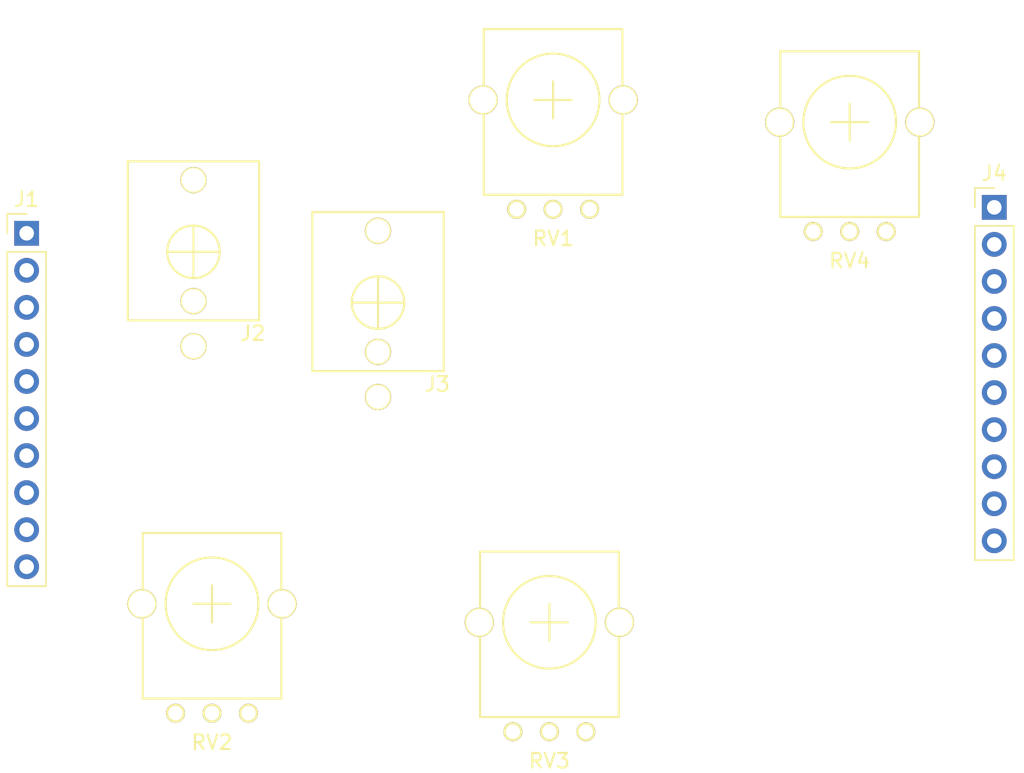
<source format=kicad_pcb>
(kicad_pcb (version 20171130) (host pcbnew 5.0.2+dfsg1-1~bpo9+1)

  (general
    (thickness 1.6)
    (drawings 0)
    (tracks 0)
    (zones 0)
    (modules 8)
    (nets 22)
  )

  (page A4)
  (layers
    (0 F.Cu signal)
    (31 B.Cu signal)
    (32 B.Adhes user)
    (33 F.Adhes user)
    (34 B.Paste user)
    (35 F.Paste user)
    (36 B.SilkS user)
    (37 F.SilkS user)
    (38 B.Mask user)
    (39 F.Mask user)
    (40 Dwgs.User user)
    (41 Cmts.User user)
    (42 Eco1.User user)
    (43 Eco2.User user)
    (44 Edge.Cuts user)
    (45 Margin user)
    (46 B.CrtYd user)
    (47 F.CrtYd user)
    (48 B.Fab user)
    (49 F.Fab user)
  )

  (setup
    (last_trace_width 0.25)
    (trace_clearance 0.2)
    (zone_clearance 0.508)
    (zone_45_only no)
    (trace_min 0.2)
    (segment_width 0.2)
    (edge_width 0.1)
    (via_size 0.8)
    (via_drill 0.4)
    (via_min_size 0.4)
    (via_min_drill 0.3)
    (uvia_size 0.3)
    (uvia_drill 0.1)
    (uvias_allowed no)
    (uvia_min_size 0.2)
    (uvia_min_drill 0.1)
    (pcb_text_width 0.3)
    (pcb_text_size 1.5 1.5)
    (mod_edge_width 0.15)
    (mod_text_size 1 1)
    (mod_text_width 0.15)
    (pad_size 1.5 1.5)
    (pad_drill 0.6)
    (pad_to_mask_clearance 0)
    (aux_axis_origin 0 0)
    (visible_elements FFFFFF7F)
    (pcbplotparams
      (layerselection 0x010fc_ffffffff)
      (usegerberextensions false)
      (usegerberattributes false)
      (usegerberadvancedattributes false)
      (creategerberjobfile false)
      (excludeedgelayer true)
      (linewidth 0.100000)
      (plotframeref false)
      (viasonmask false)
      (mode 1)
      (useauxorigin false)
      (hpglpennumber 1)
      (hpglpenspeed 20)
      (hpglpendiameter 15.000000)
      (psnegative false)
      (psa4output false)
      (plotreference true)
      (plotvalue true)
      (plotinvisibletext false)
      (padsonsilk false)
      (subtractmaskfromsilk false)
      (outputformat 1)
      (mirror false)
      (drillshape 1)
      (scaleselection 1)
      (outputdirectory ""))
  )

  (net 0 "")
  (net 1 /AIN0)
  (net 2 GND)
  (net 3 "Net-(J2-Pad3)")
  (net 4 "Net-(J3-Pad3)")
  (net 5 /AOUT0)
  (net 6 +3V3)
  (net 7 /POT0)
  (net 8 /POT1)
  (net 9 /POT2)
  (net 10 /POT3)
  (net 11 /AIN1)
  (net 12 /AIN2)
  (net 13 /AOUT1)
  (net 14 /AOUT2)
  (net 15 /DOUT0)
  (net 16 /DOUT1)
  (net 17 /DOUT2)
  (net 18 /DIN2)
  (net 19 /DIN1)
  (net 20 /DIN0)
  (net 21 "Net-(J4-Pad6)")

  (net_class Default "This is the default net class."
    (clearance 0.2)
    (trace_width 0.25)
    (via_dia 0.8)
    (via_drill 0.4)
    (uvia_dia 0.3)
    (uvia_drill 0.1)
    (add_net +3V3)
    (add_net /AIN0)
    (add_net /AIN1)
    (add_net /AIN2)
    (add_net /AOUT0)
    (add_net /AOUT1)
    (add_net /AOUT2)
    (add_net /DIN0)
    (add_net /DIN1)
    (add_net /DIN2)
    (add_net /DOUT0)
    (add_net /DOUT1)
    (add_net /DOUT2)
    (add_net /POT0)
    (add_net /POT1)
    (add_net /POT2)
    (add_net /POT3)
    (add_net GND)
    (add_net "Net-(J2-Pad3)")
    (add_net "Net-(J3-Pad3)")
    (add_net "Net-(J4-Pad6)")
  )

  (module Connector_PinHeader_2.54mm:PinHeader_1x10_P2.54mm_Vertical (layer F.Cu) (tedit 59FED5CC) (tstamp 5CBC4EDA)
    (at 189.484 88.9)
    (descr "Through hole straight pin header, 1x10, 2.54mm pitch, single row")
    (tags "Through hole pin header THT 1x10 2.54mm single row")
    (path /5CB0054E)
    (fp_text reference J4 (at 0 -2.33) (layer F.SilkS)
      (effects (font (size 1 1) (thickness 0.15)))
    )
    (fp_text value Right (at 0 25.19) (layer F.Fab)
      (effects (font (size 1 1) (thickness 0.15)))
    )
    (fp_text user %R (at 0 11.43 90) (layer F.Fab)
      (effects (font (size 1 1) (thickness 0.15)))
    )
    (fp_line (start 1.8 -1.8) (end -1.8 -1.8) (layer F.CrtYd) (width 0.05))
    (fp_line (start 1.8 24.65) (end 1.8 -1.8) (layer F.CrtYd) (width 0.05))
    (fp_line (start -1.8 24.65) (end 1.8 24.65) (layer F.CrtYd) (width 0.05))
    (fp_line (start -1.8 -1.8) (end -1.8 24.65) (layer F.CrtYd) (width 0.05))
    (fp_line (start -1.33 -1.33) (end 0 -1.33) (layer F.SilkS) (width 0.12))
    (fp_line (start -1.33 0) (end -1.33 -1.33) (layer F.SilkS) (width 0.12))
    (fp_line (start -1.33 1.27) (end 1.33 1.27) (layer F.SilkS) (width 0.12))
    (fp_line (start 1.33 1.27) (end 1.33 24.19) (layer F.SilkS) (width 0.12))
    (fp_line (start -1.33 1.27) (end -1.33 24.19) (layer F.SilkS) (width 0.12))
    (fp_line (start -1.33 24.19) (end 1.33 24.19) (layer F.SilkS) (width 0.12))
    (fp_line (start -1.27 -0.635) (end -0.635 -1.27) (layer F.Fab) (width 0.1))
    (fp_line (start -1.27 24.13) (end -1.27 -0.635) (layer F.Fab) (width 0.1))
    (fp_line (start 1.27 24.13) (end -1.27 24.13) (layer F.Fab) (width 0.1))
    (fp_line (start 1.27 -1.27) (end 1.27 24.13) (layer F.Fab) (width 0.1))
    (fp_line (start -0.635 -1.27) (end 1.27 -1.27) (layer F.Fab) (width 0.1))
    (pad 10 thru_hole oval (at 0 22.86) (size 1.7 1.7) (drill 1) (layers *.Cu *.Mask)
      (net 2 GND))
    (pad 9 thru_hole oval (at 0 20.32) (size 1.7 1.7) (drill 1) (layers *.Cu *.Mask)
      (net 18 /DIN2))
    (pad 8 thru_hole oval (at 0 17.78) (size 1.7 1.7) (drill 1) (layers *.Cu *.Mask)
      (net 19 /DIN1))
    (pad 7 thru_hole oval (at 0 15.24) (size 1.7 1.7) (drill 1) (layers *.Cu *.Mask)
      (net 20 /DIN0))
    (pad 6 thru_hole oval (at 0 12.7) (size 1.7 1.7) (drill 1) (layers *.Cu *.Mask)
      (net 21 "Net-(J4-Pad6)"))
    (pad 5 thru_hole oval (at 0 10.16) (size 1.7 1.7) (drill 1) (layers *.Cu *.Mask)
      (net 10 /POT3))
    (pad 4 thru_hole oval (at 0 7.62) (size 1.7 1.7) (drill 1) (layers *.Cu *.Mask)
      (net 9 /POT2))
    (pad 3 thru_hole oval (at 0 5.08) (size 1.7 1.7) (drill 1) (layers *.Cu *.Mask)
      (net 8 /POT1))
    (pad 2 thru_hole oval (at 0 2.54) (size 1.7 1.7) (drill 1) (layers *.Cu *.Mask)
      (net 7 /POT0))
    (pad 1 thru_hole rect (at 0 0) (size 1.7 1.7) (drill 1) (layers *.Cu *.Mask)
      (net 6 +3V3))
    (model ${KISYS3DMOD}/Connector_PinHeader_2.54mm.3dshapes/PinHeader_1x10_P2.54mm_Vertical.wrl
      (at (xyz 0 0 0))
      (scale (xyz 1 1 1))
      (rotate (xyz 0 0 0))
    )
  )

  (module Connector_PinHeader_2.54mm:PinHeader_1x10_P2.54mm_Vertical (layer F.Cu) (tedit 59FED5CC) (tstamp 5CBC4EBC)
    (at 123.19 90.678)
    (descr "Through hole straight pin header, 1x10, 2.54mm pitch, single row")
    (tags "Through hole pin header THT 1x10 2.54mm single row")
    (path /5CB004BE)
    (fp_text reference J1 (at 0 -2.33) (layer F.SilkS)
      (effects (font (size 1 1) (thickness 0.15)))
    )
    (fp_text value Left (at 0 25.19) (layer F.Fab)
      (effects (font (size 1 1) (thickness 0.15)))
    )
    (fp_line (start -0.635 -1.27) (end 1.27 -1.27) (layer F.Fab) (width 0.1))
    (fp_line (start 1.27 -1.27) (end 1.27 24.13) (layer F.Fab) (width 0.1))
    (fp_line (start 1.27 24.13) (end -1.27 24.13) (layer F.Fab) (width 0.1))
    (fp_line (start -1.27 24.13) (end -1.27 -0.635) (layer F.Fab) (width 0.1))
    (fp_line (start -1.27 -0.635) (end -0.635 -1.27) (layer F.Fab) (width 0.1))
    (fp_line (start -1.33 24.19) (end 1.33 24.19) (layer F.SilkS) (width 0.12))
    (fp_line (start -1.33 1.27) (end -1.33 24.19) (layer F.SilkS) (width 0.12))
    (fp_line (start 1.33 1.27) (end 1.33 24.19) (layer F.SilkS) (width 0.12))
    (fp_line (start -1.33 1.27) (end 1.33 1.27) (layer F.SilkS) (width 0.12))
    (fp_line (start -1.33 0) (end -1.33 -1.33) (layer F.SilkS) (width 0.12))
    (fp_line (start -1.33 -1.33) (end 0 -1.33) (layer F.SilkS) (width 0.12))
    (fp_line (start -1.8 -1.8) (end -1.8 24.65) (layer F.CrtYd) (width 0.05))
    (fp_line (start -1.8 24.65) (end 1.8 24.65) (layer F.CrtYd) (width 0.05))
    (fp_line (start 1.8 24.65) (end 1.8 -1.8) (layer F.CrtYd) (width 0.05))
    (fp_line (start 1.8 -1.8) (end -1.8 -1.8) (layer F.CrtYd) (width 0.05))
    (fp_text user %R (at 0 11.43 90) (layer F.Fab)
      (effects (font (size 1 1) (thickness 0.15)))
    )
    (pad 1 thru_hole rect (at 0 0) (size 1.7 1.7) (drill 1) (layers *.Cu *.Mask)
      (net 1 /AIN0))
    (pad 2 thru_hole oval (at 0 2.54) (size 1.7 1.7) (drill 1) (layers *.Cu *.Mask)
      (net 11 /AIN1))
    (pad 3 thru_hole oval (at 0 5.08) (size 1.7 1.7) (drill 1) (layers *.Cu *.Mask)
      (net 12 /AIN2))
    (pad 4 thru_hole oval (at 0 7.62) (size 1.7 1.7) (drill 1) (layers *.Cu *.Mask)
      (net 5 /AOUT0))
    (pad 5 thru_hole oval (at 0 10.16) (size 1.7 1.7) (drill 1) (layers *.Cu *.Mask)
      (net 13 /AOUT1))
    (pad 6 thru_hole oval (at 0 12.7) (size 1.7 1.7) (drill 1) (layers *.Cu *.Mask)
      (net 14 /AOUT2))
    (pad 7 thru_hole oval (at 0 15.24) (size 1.7 1.7) (drill 1) (layers *.Cu *.Mask)
      (net 15 /DOUT0))
    (pad 8 thru_hole oval (at 0 17.78) (size 1.7 1.7) (drill 1) (layers *.Cu *.Mask)
      (net 16 /DOUT1))
    (pad 9 thru_hole oval (at 0 20.32) (size 1.7 1.7) (drill 1) (layers *.Cu *.Mask)
      (net 17 /DOUT2))
    (pad 10 thru_hole oval (at 0 22.86) (size 1.7 1.7) (drill 1) (layers *.Cu *.Mask)
      (net 2 GND))
    (model ${KISYS3DMOD}/Connector_PinHeader_2.54mm.3dshapes/PinHeader_1x10_P2.54mm_Vertical.wrl
      (at (xyz 0 0 0))
      (scale (xyz 1 1 1))
      (rotate (xyz 0 0 0))
    )
  )

  (module Eurocad:Alpha9mmPot (layer F.Cu) (tedit 5C9D4A7A) (tstamp 5CBC4E9E)
    (at 179.578 83.058)
    (path /5CB46789)
    (fp_text reference RV4 (at 0 9.5) (layer F.SilkS)
      (effects (font (size 1 1) (thickness 0.15)))
    )
    (fp_text value R_POT_US (at 0 -6) (layer F.Fab)
      (effects (font (size 1 1) (thickness 0.15)))
    )
    (fp_line (start -4.75 -4.85) (end 4.75 -4.85) (layer F.SilkS) (width 0.15))
    (fp_line (start -4.75 6.5) (end 4.75 6.5) (layer F.SilkS) (width 0.15))
    (fp_line (start 4.75 -4.85) (end 4.75 6.5) (layer F.SilkS) (width 0.15))
    (fp_line (start -4.75 -4.85) (end -4.75 6.5) (layer F.SilkS) (width 0.15))
    (fp_circle (center 0 0) (end 3.175 0) (layer F.SilkS) (width 0.15))
    (fp_line (start 0 -1.27) (end 0 1.27) (layer F.SilkS) (width 0.15))
    (fp_line (start -1.27 0) (end 1.27 0) (layer F.SilkS) (width 0.15))
    (pad "" thru_hole circle (at 4.8 0) (size 2 2) (drill 1.8) (layers *.Cu *.Mask F.SilkS))
    (pad "" thru_hole circle (at -4.8 0) (size 2 2) (drill 1.8) (layers *.Cu *.Mask F.SilkS))
    (pad 3 thru_hole circle (at 2.5 7.5) (size 1.3 1.3) (drill 1) (layers *.Cu *.Mask F.SilkS)
      (net 2 GND))
    (pad 2 thru_hole circle (at 0 7.5) (size 1.3 1.3) (drill 1) (layers *.Cu *.Mask F.SilkS)
      (net 10 /POT3))
    (pad 1 thru_hole circle (at -2.5 7.5) (size 1.3 1.3) (drill 1) (layers *.Cu *.Mask F.SilkS)
      (net 6 +3V3))
    (model "/home/machinehum/MMTMM/eurocad/3d/User Library-P090S-topadjust.step"
      (at (xyz 0 0 0))
      (scale (xyz 1 1 1))
      (rotate (xyz -90 0 0))
    )
  )

  (module Eurocad:Alpha9mmPot (layer F.Cu) (tedit 5C9D4A7A) (tstamp 5CBC4E8E)
    (at 159.004 117.348)
    (path /5CB46772)
    (fp_text reference RV3 (at 0 9.5) (layer F.SilkS)
      (effects (font (size 1 1) (thickness 0.15)))
    )
    (fp_text value R_POT_US (at 0 -6) (layer F.Fab)
      (effects (font (size 1 1) (thickness 0.15)))
    )
    (fp_line (start -1.27 0) (end 1.27 0) (layer F.SilkS) (width 0.15))
    (fp_line (start 0 -1.27) (end 0 1.27) (layer F.SilkS) (width 0.15))
    (fp_circle (center 0 0) (end 3.175 0) (layer F.SilkS) (width 0.15))
    (fp_line (start -4.75 -4.85) (end -4.75 6.5) (layer F.SilkS) (width 0.15))
    (fp_line (start 4.75 -4.85) (end 4.75 6.5) (layer F.SilkS) (width 0.15))
    (fp_line (start -4.75 6.5) (end 4.75 6.5) (layer F.SilkS) (width 0.15))
    (fp_line (start -4.75 -4.85) (end 4.75 -4.85) (layer F.SilkS) (width 0.15))
    (pad 1 thru_hole circle (at -2.5 7.5) (size 1.3 1.3) (drill 1) (layers *.Cu *.Mask F.SilkS)
      (net 6 +3V3))
    (pad 2 thru_hole circle (at 0 7.5) (size 1.3 1.3) (drill 1) (layers *.Cu *.Mask F.SilkS)
      (net 9 /POT2))
    (pad 3 thru_hole circle (at 2.5 7.5) (size 1.3 1.3) (drill 1) (layers *.Cu *.Mask F.SilkS)
      (net 2 GND))
    (pad "" thru_hole circle (at -4.8 0) (size 2 2) (drill 1.8) (layers *.Cu *.Mask F.SilkS))
    (pad "" thru_hole circle (at 4.8 0) (size 2 2) (drill 1.8) (layers *.Cu *.Mask F.SilkS))
    (model "/home/machinehum/MMTMM/eurocad/3d/User Library-P090S-topadjust.step"
      (at (xyz 0 0 0))
      (scale (xyz 1 1 1))
      (rotate (xyz -90 0 0))
    )
  )

  (module Eurocad:Alpha9mmPot (layer F.Cu) (tedit 5C9D4A7A) (tstamp 5CBC4E7E)
    (at 135.89 116.078)
    (path /5CB4675B)
    (fp_text reference RV2 (at 0 9.5) (layer F.SilkS)
      (effects (font (size 1 1) (thickness 0.15)))
    )
    (fp_text value R_POT_US (at 0 -6) (layer F.Fab)
      (effects (font (size 1 1) (thickness 0.15)))
    )
    (fp_line (start -4.75 -4.85) (end 4.75 -4.85) (layer F.SilkS) (width 0.15))
    (fp_line (start -4.75 6.5) (end 4.75 6.5) (layer F.SilkS) (width 0.15))
    (fp_line (start 4.75 -4.85) (end 4.75 6.5) (layer F.SilkS) (width 0.15))
    (fp_line (start -4.75 -4.85) (end -4.75 6.5) (layer F.SilkS) (width 0.15))
    (fp_circle (center 0 0) (end 3.175 0) (layer F.SilkS) (width 0.15))
    (fp_line (start 0 -1.27) (end 0 1.27) (layer F.SilkS) (width 0.15))
    (fp_line (start -1.27 0) (end 1.27 0) (layer F.SilkS) (width 0.15))
    (pad "" thru_hole circle (at 4.8 0) (size 2 2) (drill 1.8) (layers *.Cu *.Mask F.SilkS))
    (pad "" thru_hole circle (at -4.8 0) (size 2 2) (drill 1.8) (layers *.Cu *.Mask F.SilkS))
    (pad 3 thru_hole circle (at 2.5 7.5) (size 1.3 1.3) (drill 1) (layers *.Cu *.Mask F.SilkS)
      (net 2 GND))
    (pad 2 thru_hole circle (at 0 7.5) (size 1.3 1.3) (drill 1) (layers *.Cu *.Mask F.SilkS)
      (net 8 /POT1))
    (pad 1 thru_hole circle (at -2.5 7.5) (size 1.3 1.3) (drill 1) (layers *.Cu *.Mask F.SilkS)
      (net 6 +3V3))
    (model "/home/machinehum/MMTMM/eurocad/3d/User Library-P090S-topadjust.step"
      (at (xyz 0 0 0))
      (scale (xyz 1 1 1))
      (rotate (xyz -90 0 0))
    )
  )

  (module Eurocad:Alpha9mmPot (layer F.Cu) (tedit 5C9D4A7A) (tstamp 5CBC4E6E)
    (at 159.258 81.534)
    (path /5CB46744)
    (fp_text reference RV1 (at 0 9.5) (layer F.SilkS)
      (effects (font (size 1 1) (thickness 0.15)))
    )
    (fp_text value R_POT_US (at 0 -6) (layer F.Fab)
      (effects (font (size 1 1) (thickness 0.15)))
    )
    (fp_line (start -1.27 0) (end 1.27 0) (layer F.SilkS) (width 0.15))
    (fp_line (start 0 -1.27) (end 0 1.27) (layer F.SilkS) (width 0.15))
    (fp_circle (center 0 0) (end 3.175 0) (layer F.SilkS) (width 0.15))
    (fp_line (start -4.75 -4.85) (end -4.75 6.5) (layer F.SilkS) (width 0.15))
    (fp_line (start 4.75 -4.85) (end 4.75 6.5) (layer F.SilkS) (width 0.15))
    (fp_line (start -4.75 6.5) (end 4.75 6.5) (layer F.SilkS) (width 0.15))
    (fp_line (start -4.75 -4.85) (end 4.75 -4.85) (layer F.SilkS) (width 0.15))
    (pad 1 thru_hole circle (at -2.5 7.5) (size 1.3 1.3) (drill 1) (layers *.Cu *.Mask F.SilkS)
      (net 6 +3V3))
    (pad 2 thru_hole circle (at 0 7.5) (size 1.3 1.3) (drill 1) (layers *.Cu *.Mask F.SilkS)
      (net 7 /POT0))
    (pad 3 thru_hole circle (at 2.5 7.5) (size 1.3 1.3) (drill 1) (layers *.Cu *.Mask F.SilkS)
      (net 2 GND))
    (pad "" thru_hole circle (at -4.8 0) (size 2 2) (drill 1.8) (layers *.Cu *.Mask F.SilkS))
    (pad "" thru_hole circle (at 4.8 0) (size 2 2) (drill 1.8) (layers *.Cu *.Mask F.SilkS))
    (model "/home/machinehum/MMTMM/eurocad/3d/User Library-P090S-topadjust.step"
      (at (xyz 0 0 0))
      (scale (xyz 1 1 1))
      (rotate (xyz -90 0 0))
    )
  )

  (module Eurocad:PJ301M-12 (layer F.Cu) (tedit 5819F691) (tstamp 5CBC4E5E)
    (at 147.263001 95.429001)
    (path /5CB5B059)
    (fp_text reference J3 (at 4.064 5.588) (layer F.SilkS)
      (effects (font (size 1 1) (thickness 0.15)))
    )
    (fp_text value "Audio Out" (at 0 -7.112) (layer F.Fab)
      (effects (font (size 1 1) (thickness 0.15)))
    )
    (fp_line (start -4.5 -6.2) (end 4.5 -6.2) (layer F.SilkS) (width 0.15))
    (fp_line (start -4.5 4.7) (end 4.5 4.7) (layer F.SilkS) (width 0.15))
    (fp_line (start -4.5 -6.2) (end -4.5 4.7) (layer F.SilkS) (width 0.15))
    (fp_line (start 4.5 -6.2) (end 4.5 4.7) (layer F.SilkS) (width 0.15))
    (fp_circle (center 0 0) (end 1.8 0) (layer F.SilkS) (width 0.15))
    (fp_line (start 0 -1.8) (end 0 1.8) (layer F.SilkS) (width 0.15))
    (fp_line (start -1.8 0) (end 1.8 0) (layer F.SilkS) (width 0.15))
    (pad 3 thru_hole circle (at 0 -4.92) (size 1.8 1.8) (drill 1.6) (layers *.Cu *.Mask F.SilkS)
      (net 4 "Net-(J3-Pad3)"))
    (pad 1 thru_hole circle (at 0 6.48) (size 1.8 1.8) (drill 1.6) (layers *.Cu *.Mask F.SilkS)
      (net 2 GND))
    (pad 2 thru_hole circle (at 0 3.38) (size 1.8 1.8) (drill 1.6) (layers *.Cu *.Mask F.SilkS)
      (net 5 /AOUT0))
  )

  (module Eurocad:PJ301M-12 (layer F.Cu) (tedit 5819F691) (tstamp 5CBC4E50)
    (at 134.62 91.948)
    (path /5CB55AFA)
    (fp_text reference J2 (at 4.064 5.588) (layer F.SilkS)
      (effects (font (size 1 1) (thickness 0.15)))
    )
    (fp_text value "Audio In" (at 0 -7.112) (layer F.Fab)
      (effects (font (size 1 1) (thickness 0.15)))
    )
    (fp_line (start -1.8 0) (end 1.8 0) (layer F.SilkS) (width 0.15))
    (fp_line (start 0 -1.8) (end 0 1.8) (layer F.SilkS) (width 0.15))
    (fp_circle (center 0 0) (end 1.8 0) (layer F.SilkS) (width 0.15))
    (fp_line (start 4.5 -6.2) (end 4.5 4.7) (layer F.SilkS) (width 0.15))
    (fp_line (start -4.5 -6.2) (end -4.5 4.7) (layer F.SilkS) (width 0.15))
    (fp_line (start -4.5 4.7) (end 4.5 4.7) (layer F.SilkS) (width 0.15))
    (fp_line (start -4.5 -6.2) (end 4.5 -6.2) (layer F.SilkS) (width 0.15))
    (pad 2 thru_hole circle (at 0 3.38) (size 1.8 1.8) (drill 1.6) (layers *.Cu *.Mask F.SilkS)
      (net 1 /AIN0))
    (pad 1 thru_hole circle (at 0 6.48) (size 1.8 1.8) (drill 1.6) (layers *.Cu *.Mask F.SilkS)
      (net 2 GND))
    (pad 3 thru_hole circle (at 0 -4.92) (size 1.8 1.8) (drill 1.6) (layers *.Cu *.Mask F.SilkS)
      (net 3 "Net-(J2-Pad3)"))
  )

)

</source>
